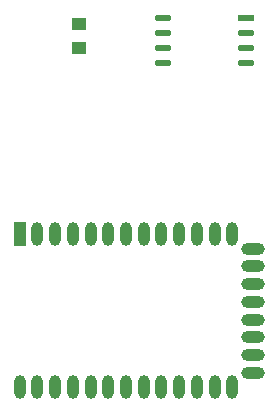
<source format=gbp>
%FSLAX33Y33*%
%MOMM*%
%AMRect-W1405236-H517986-RO1.000*
21,1,1.405236,0.517986,0.,0.,180*%
%AMRR-H517986-W1405236-R258993-RO1.000*
21,1,0.88725,0.517986,0.,0.,180*
1,1,0.517986,0.443625,-0.*
1,1,0.517986,-0.443625,-0.*
1,1,0.517986,-0.443625,0.*
1,1,0.517986,0.443625,0.*%
%AMRect-W1000000-H1250000-RO0.500*
21,1,1.,1.25,0.,0.,270*%
%AMRR-H2000000-W1000000-R500000-RO0.500*
21,1,1.,1.,0.,0.,270*
1,1,1.,0.5,0.*
1,1,1.,0.5,-0.*
1,1,1.,-0.5,-0.*
1,1,1.,-0.5,0.*%
%AMRR-H1000000-W2000000-R500000-RO0.500*
21,1,1.,1.,0.,0.,270*
1,1,1.,0.,0.5*
1,1,1.,0.,-0.5*
1,1,1.,-0.,-0.5*
1,1,1.,-0.,0.5*%
%AMRect-W2000000-H1000000-RO0.500*
21,1,2.,1.,0.,0.,270*%
%ADD10Rect-W1405236-H517986-RO1.000*%
%ADD11RR-H517986-W1405236-R258993-RO1.000*%
%ADD12Rect-W1000000-H1250000-RO0.500*%
%ADD13RR-H2000000-W1000000-R500000-RO0.500*%
%ADD14RR-H1000000-W2000000-R500000-RO0.500*%
%ADD15Rect-W2000000-H1000000-RO0.500*%
D10*
%LNbottom paste_traces*%
%LNbottom paste component 6ec8fa02dcc931b8*%
G01*
X-39600Y16980D03*
D11*
X-39600Y15710D03*
X-39600Y14440D03*
X-39600Y13170D03*
X-46600Y13170D03*
X-46600Y14440D03*
X-46600Y15710D03*
X-46600Y16980D03*
%LNbottom paste component 78a424b639101169*%
D12*
X-53725Y16475D03*
X-53725Y14475D03*
%LNbottom paste component eb69e66ac07ddab8*%
D13*
X-38975Y-13050D03*
D14*
X-54225Y-1300D03*
X-51225Y-14300D03*
D13*
X-38975Y-4050D03*
D14*
X-43725Y-1300D03*
X-52725Y-14300D03*
D13*
X-38975Y-7050D03*
D14*
X-43725Y-14300D03*
X-58725Y-14300D03*
X-55725Y-14300D03*
D15*
X-58725Y-1300D03*
D14*
X-55725Y-1300D03*
X-48225Y-1300D03*
X-40725Y-14300D03*
X-45225Y-1300D03*
X-42225Y-14300D03*
X-51225Y-1300D03*
D13*
X-38975Y-11550D03*
D14*
X-57225Y-1300D03*
X-57225Y-14300D03*
X-42225Y-1300D03*
X-46725Y-14300D03*
X-46725Y-1300D03*
X-40725Y-1300D03*
X-52725Y-1300D03*
X-49725Y-1300D03*
D13*
X-38975Y-8550D03*
X-38975Y-10050D03*
D14*
X-45225Y-14300D03*
D13*
X-38975Y-5550D03*
D14*
X-49725Y-14300D03*
D13*
X-38975Y-2550D03*
D14*
X-48225Y-14300D03*
X-54225Y-14300D03*
M02*
</source>
